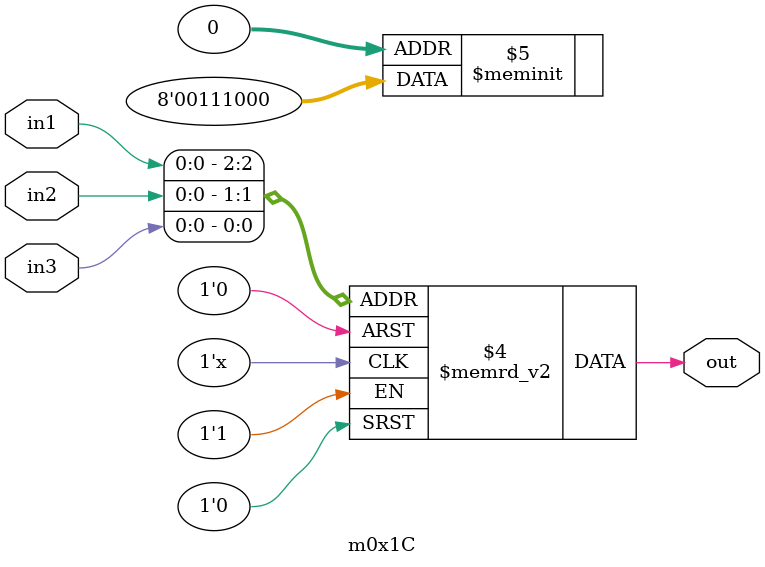
<source format=v>
module m0x1C(output out, input in1, in2, in3);

   always @(in1, in2, in3)
     begin
        case({in1, in2, in3})
          3'b000: {out} = 1'b0;
          3'b001: {out} = 1'b0;
          3'b010: {out} = 1'b0;
          3'b011: {out} = 1'b1;
          3'b100: {out} = 1'b1;
          3'b101: {out} = 1'b1;
          3'b110: {out} = 1'b0;
          3'b111: {out} = 1'b0;
        endcase // case ({in1, in2, in3})
     end // always @ (in1, in2, in3)

endmodule // m0x1C
</source>
